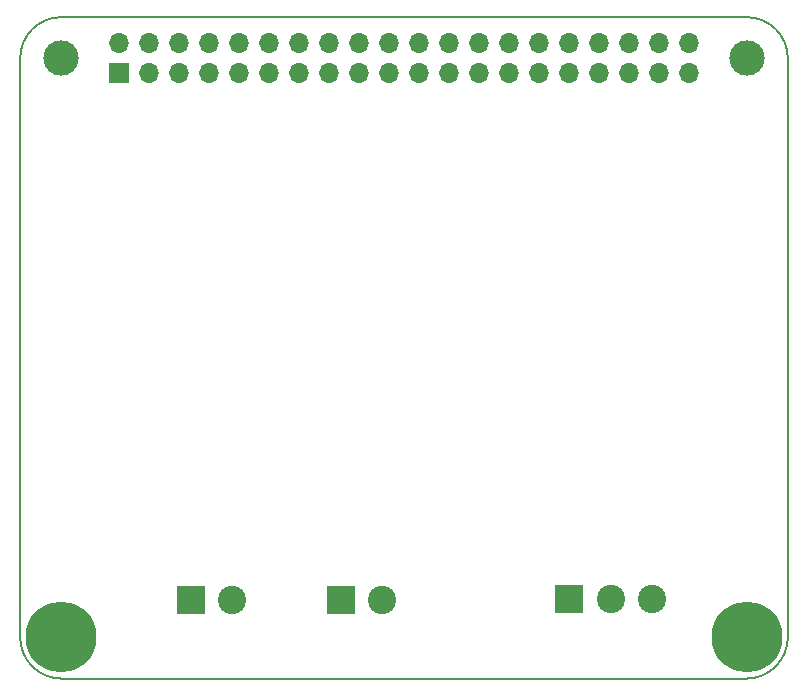
<source format=gbs>
G04 #@! TF.GenerationSoftware,KiCad,Pcbnew,(6.0.2)*
G04 #@! TF.CreationDate,2022-07-05T12:59:41+02:00*
G04 #@! TF.ProjectId,Raspberry Pi temperature management hat,52617370-6265-4727-9279-205069207465,V2*
G04 #@! TF.SameCoordinates,Original*
G04 #@! TF.FileFunction,Soldermask,Bot*
G04 #@! TF.FilePolarity,Negative*
%FSLAX46Y46*%
G04 Gerber Fmt 4.6, Leading zero omitted, Abs format (unit mm)*
G04 Created by KiCad (PCBNEW (6.0.2)) date 2022-07-05 12:59:41*
%MOMM*%
%LPD*%
G01*
G04 APERTURE LIST*
G04 #@! TA.AperFunction,Profile*
%ADD10C,0.150000*%
G04 #@! TD*
%ADD11C,6.000000*%
%ADD12R,2.400000X2.400000*%
%ADD13C,2.400000*%
%ADD14C,3.000000*%
%ADD15R,1.700000X1.700000*%
%ADD16O,1.700000X1.700000*%
G04 APERTURE END LIST*
D10*
X111500000Y-50000000D02*
G75*
G03*
X108000000Y-46500000I-3499999J1D01*
G01*
X50000000Y-46500000D02*
X108000000Y-46500000D01*
X50000000Y-102500000D02*
X108000000Y-102500000D01*
X111500000Y-50000000D02*
X111500000Y-99000000D01*
X108000000Y-102500000D02*
G75*
G03*
X111500000Y-99000000I1J3499999D01*
G01*
X46500000Y-99000000D02*
G75*
G03*
X50000000Y-102500000I3499999J-1D01*
G01*
X50000000Y-46500000D02*
G75*
G03*
X46500000Y-50000000I-1J-3499999D01*
G01*
X46500000Y-50000000D02*
X46500000Y-99000000D01*
D11*
X108000000Y-99000000D03*
X50000000Y-99000000D03*
D12*
X73660000Y-95820000D03*
D13*
X77160000Y-95820000D03*
D12*
X93000000Y-95800000D03*
D13*
X96500000Y-95800000D03*
X100000000Y-95800000D03*
D14*
X50000000Y-50000000D03*
D12*
X60960000Y-95820000D03*
D13*
X64460000Y-95820000D03*
D14*
X108000000Y-50000000D03*
D15*
X54870000Y-51270000D03*
D16*
X54870000Y-48730000D03*
X57410000Y-51270000D03*
X57410000Y-48730000D03*
X59950000Y-51270000D03*
X59950000Y-48730000D03*
X62490000Y-51270000D03*
X62490000Y-48730000D03*
X65030000Y-51270000D03*
X65030000Y-48730000D03*
X67570000Y-51270000D03*
X67570000Y-48730000D03*
X70110000Y-51270000D03*
X70110000Y-48730000D03*
X72650000Y-51270000D03*
X72650000Y-48730000D03*
X75190000Y-51270000D03*
X75190000Y-48730000D03*
X77730000Y-51270000D03*
X77730000Y-48730000D03*
X80270000Y-51270000D03*
X80270000Y-48730000D03*
X82810000Y-51270000D03*
X82810000Y-48730000D03*
X85350000Y-51270000D03*
X85350000Y-48730000D03*
X87890000Y-51270000D03*
X87890000Y-48730000D03*
X90430000Y-51270000D03*
X90430000Y-48730000D03*
X92970000Y-51270000D03*
X92970000Y-48730000D03*
X95510000Y-51270000D03*
X95510000Y-48730000D03*
X98050000Y-51270000D03*
X98050000Y-48730000D03*
X100590000Y-51270000D03*
X100590000Y-48730000D03*
X103130000Y-51270000D03*
X103130000Y-48730000D03*
M02*

</source>
